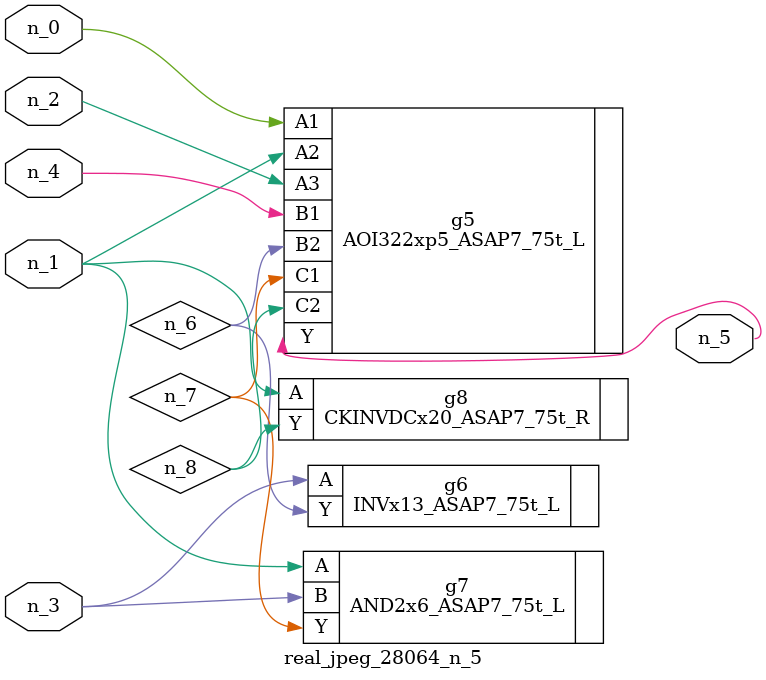
<source format=v>
module real_jpeg_28064_n_5 (n_4, n_0, n_1, n_2, n_3, n_5);

input n_4;
input n_0;
input n_1;
input n_2;
input n_3;

output n_5;

wire n_8;
wire n_6;
wire n_7;

AOI322xp5_ASAP7_75t_L g5 ( 
.A1(n_0),
.A2(n_1),
.A3(n_2),
.B1(n_4),
.B2(n_6),
.C1(n_7),
.C2(n_8),
.Y(n_5)
);

AND2x6_ASAP7_75t_L g7 ( 
.A(n_1),
.B(n_3),
.Y(n_7)
);

CKINVDCx20_ASAP7_75t_R g8 ( 
.A(n_1),
.Y(n_8)
);

INVx13_ASAP7_75t_L g6 ( 
.A(n_3),
.Y(n_6)
);


endmodule
</source>
